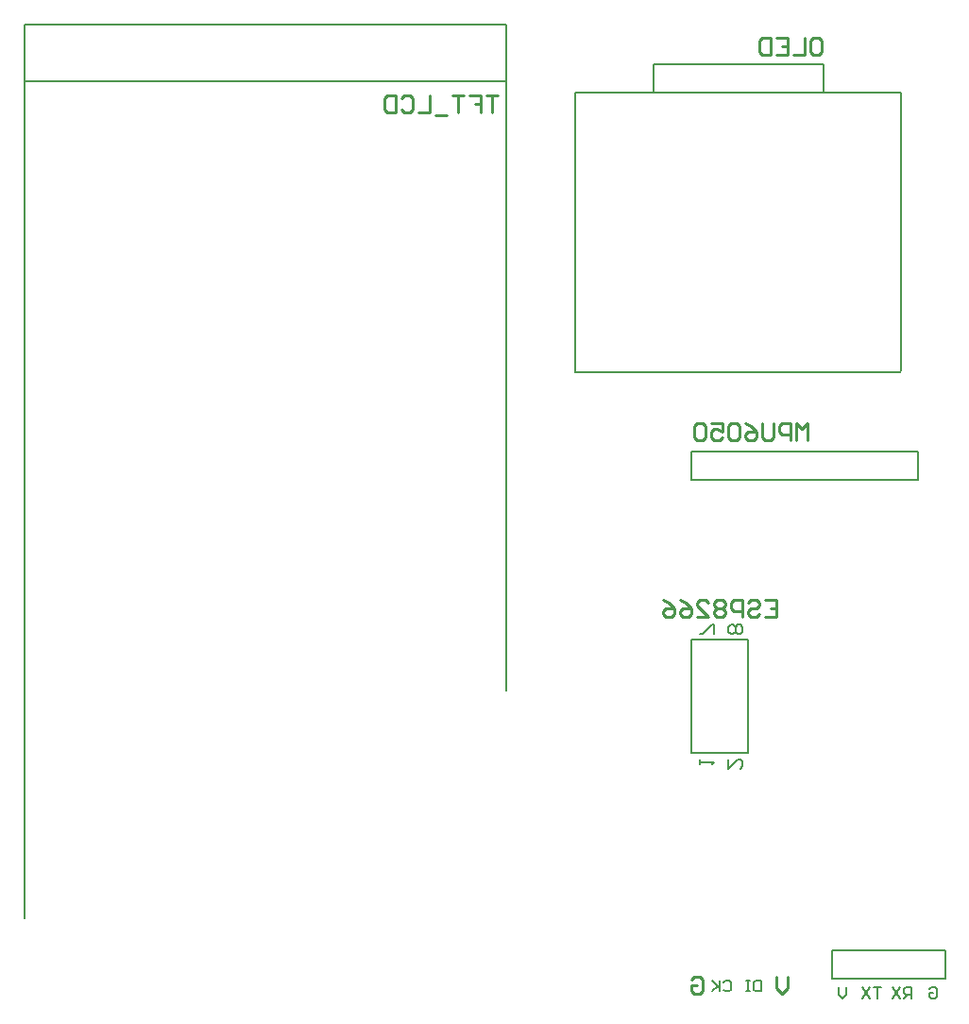
<source format=gbo>
G04 Layer_Color=32896*
%FSLAX25Y25*%
%MOIN*%
G70*
G01*
G75*
%ADD10C,0.01000*%
%ADD17C,0.00787*%
%ADD18C,0.00800*%
D10*
X-165500Y320998D02*
X-169499D01*
X-167499D01*
Y315000D01*
X-175497Y320998D02*
X-171498D01*
Y317999D01*
X-173497D01*
X-171498D01*
Y315000D01*
X-177496Y320998D02*
X-181495D01*
X-179496D01*
Y315000D01*
X-183494Y314000D02*
X-187493D01*
X-189492Y320998D02*
Y315000D01*
X-193491D01*
X-199489Y319998D02*
X-198489Y320998D01*
X-196490D01*
X-195490Y319998D01*
Y316000D01*
X-196490Y315000D01*
X-198489D01*
X-199489Y316000D01*
X-201488Y320998D02*
Y315000D01*
X-204487D01*
X-205487Y316000D01*
Y319998D01*
X-204487Y320998D01*
X-201488D01*
X-54099Y341398D02*
X-52100D01*
X-51100Y340398D01*
Y336400D01*
X-52100Y335400D01*
X-54099D01*
X-55099Y336400D01*
Y340398D01*
X-54099Y341398D01*
X-57098D02*
Y335400D01*
X-61097D01*
X-67095Y341398D02*
X-63096D01*
Y335400D01*
X-67095D01*
X-63096Y338399D02*
X-65096D01*
X-69094Y341398D02*
Y335400D01*
X-72093D01*
X-73093Y336400D01*
Y340398D01*
X-72093Y341398D01*
X-69094D01*
X-56000Y199500D02*
Y205498D01*
X-57999Y203499D01*
X-59999Y205498D01*
Y199500D01*
X-61998D02*
Y205498D01*
X-64997D01*
X-65997Y204498D01*
Y202499D01*
X-64997Y201499D01*
X-61998D01*
X-67996Y205498D02*
Y200500D01*
X-68996Y199500D01*
X-70995D01*
X-71995Y200500D01*
Y205498D01*
X-77993D02*
X-75994Y204498D01*
X-73994Y202499D01*
Y200500D01*
X-74994Y199500D01*
X-76993D01*
X-77993Y200500D01*
Y201499D01*
X-76993Y202499D01*
X-73994D01*
X-79992Y204498D02*
X-80992Y205498D01*
X-82991D01*
X-83991Y204498D01*
Y200500D01*
X-82991Y199500D01*
X-80992D01*
X-79992Y200500D01*
Y204498D01*
X-89989Y205498D02*
X-85990D01*
Y202499D01*
X-87990Y203499D01*
X-88989D01*
X-89989Y202499D01*
Y200500D01*
X-88989Y199500D01*
X-86990D01*
X-85990Y200500D01*
X-91988Y204498D02*
X-92988Y205498D01*
X-94987D01*
X-95987Y204498D01*
Y200500D01*
X-94987Y199500D01*
X-92988D01*
X-91988Y200500D01*
Y204498D01*
X-70999Y142998D02*
X-67000D01*
Y137000D01*
X-70999D01*
X-67000Y139999D02*
X-68999D01*
X-76997Y141998D02*
X-75997Y142998D01*
X-73998D01*
X-72998Y141998D01*
Y140999D01*
X-73998Y139999D01*
X-75997D01*
X-76997Y138999D01*
Y138000D01*
X-75997Y137000D01*
X-73998D01*
X-72998Y138000D01*
X-78996Y137000D02*
Y142998D01*
X-81995D01*
X-82995Y141998D01*
Y139999D01*
X-81995Y138999D01*
X-78996D01*
X-84994Y141998D02*
X-85994Y142998D01*
X-87993D01*
X-88993Y141998D01*
Y140999D01*
X-87993Y139999D01*
X-88993Y138999D01*
Y138000D01*
X-87993Y137000D01*
X-85994D01*
X-84994Y138000D01*
Y138999D01*
X-85994Y139999D01*
X-84994Y140999D01*
Y141998D01*
X-85994Y139999D02*
X-87993D01*
X-94991Y137000D02*
X-90992D01*
X-94991Y140999D01*
Y141998D01*
X-93991Y142998D01*
X-91992D01*
X-90992Y141998D01*
X-100989Y142998D02*
X-98990Y141998D01*
X-96990Y139999D01*
Y138000D01*
X-97990Y137000D01*
X-99989D01*
X-100989Y138000D01*
Y138999D01*
X-99989Y139999D01*
X-96990D01*
X-106987Y142998D02*
X-104988Y141998D01*
X-102988Y139999D01*
Y138000D01*
X-103988Y137000D01*
X-105987D01*
X-106987Y138000D01*
Y138999D01*
X-105987Y139999D01*
X-102988D01*
X-96999Y8998D02*
X-95999Y9998D01*
X-94000D01*
X-93000Y8998D01*
Y5000D01*
X-94000Y4000D01*
X-95999D01*
X-96999Y5000D01*
Y6999D01*
X-94999D01*
X-63000Y9998D02*
Y5999D01*
X-64999Y4000D01*
X-66999Y5999D01*
Y9998D01*
D17*
X-7500Y9500D02*
Y19500D01*
X-47500Y9500D02*
X-7500D01*
X-47500Y19500D02*
X-7500D01*
X-47500Y9500D02*
Y19500D01*
X-332500Y326000D02*
X-162500D01*
X-332500Y346000D02*
X-162500D01*
X-332500Y326000D02*
Y346000D01*
X-162500Y326000D02*
Y346000D01*
X-110500Y332000D02*
X-50500D01*
X-110500Y322000D02*
X-50500D01*
X-110500D02*
Y332000D01*
X-50500Y322000D02*
Y332000D01*
X-97000Y129000D02*
X-77000D01*
X-97000Y89000D02*
X-77000D01*
Y129000D01*
X-97000Y89000D02*
Y129000D01*
Y185500D02*
X-17000D01*
Y195500D01*
X-97000D02*
X-17000D01*
X-97000Y185500D02*
Y195500D01*
X-42500Y6436D02*
Y3812D01*
X-43812Y2500D01*
X-45124Y3812D01*
Y6436D01*
X-13124Y5780D02*
X-12468Y6436D01*
X-11156D01*
X-10500Y5780D01*
Y3156D01*
X-11156Y2500D01*
X-12468D01*
X-13124Y3156D01*
Y4468D01*
X-11812D01*
X-30000Y6436D02*
X-32624D01*
X-31312D01*
Y2500D01*
X-33936Y6436D02*
X-36560Y2500D01*
Y6436D02*
X-33936Y2500D01*
X-19500D02*
Y6436D01*
X-21468D01*
X-22124Y5780D01*
Y4468D01*
X-21468Y3812D01*
X-19500D01*
X-20812D02*
X-22124Y2500D01*
X-23436Y6436D02*
X-26060Y2500D01*
Y6436D02*
X-23436Y2500D01*
X-85624Y8280D02*
X-84968Y8936D01*
X-83656D01*
X-83000Y8280D01*
Y5656D01*
X-83656Y5000D01*
X-84968D01*
X-85624Y5656D01*
X-86936Y8936D02*
Y5000D01*
Y6312D01*
X-89560Y8936D01*
X-87592Y6968D01*
X-89560Y5000D01*
X-72500Y8936D02*
Y5000D01*
X-74468D01*
X-75124Y5656D01*
Y8280D01*
X-74468Y8936D01*
X-72500D01*
X-76436D02*
X-77748D01*
X-77092D01*
Y5000D01*
X-76436D01*
X-77748D01*
D18*
X-332469Y30724D02*
Y326000D01*
X-162500Y120000D02*
Y326000D01*
Y111000D02*
Y120000D01*
X-100925Y223575D02*
X-50500D01*
Y322000D02*
X-22941D01*
X-138059D02*
X-110500D01*
X-22941Y224059D02*
Y322000D01*
X-50500Y223575D02*
X-23425D01*
X-22941Y224059D01*
X-138059Y223559D02*
Y322000D01*
Y223559D02*
X-138043Y223575D01*
X-100925D01*
X-79835Y131000D02*
X-79002Y131833D01*
Y133499D01*
X-79835Y134332D01*
X-80668D01*
X-81501Y133499D01*
X-82334Y134332D01*
X-83167D01*
X-84000Y133499D01*
Y131833D01*
X-83167Y131000D01*
X-82334D01*
X-81501Y131833D01*
X-80668Y131000D01*
X-79835D01*
X-81501Y131833D02*
Y133499D01*
X-89002Y131000D02*
Y134332D01*
X-89835D01*
X-93167Y131000D01*
X-94000D01*
Y85000D02*
Y86666D01*
Y85833D01*
X-89002D01*
X-89835Y85000D01*
X-84000Y86832D02*
Y83500D01*
X-80668Y86832D01*
X-79835D01*
X-79002Y85999D01*
Y84333D01*
X-79835Y83500D01*
M02*

</source>
